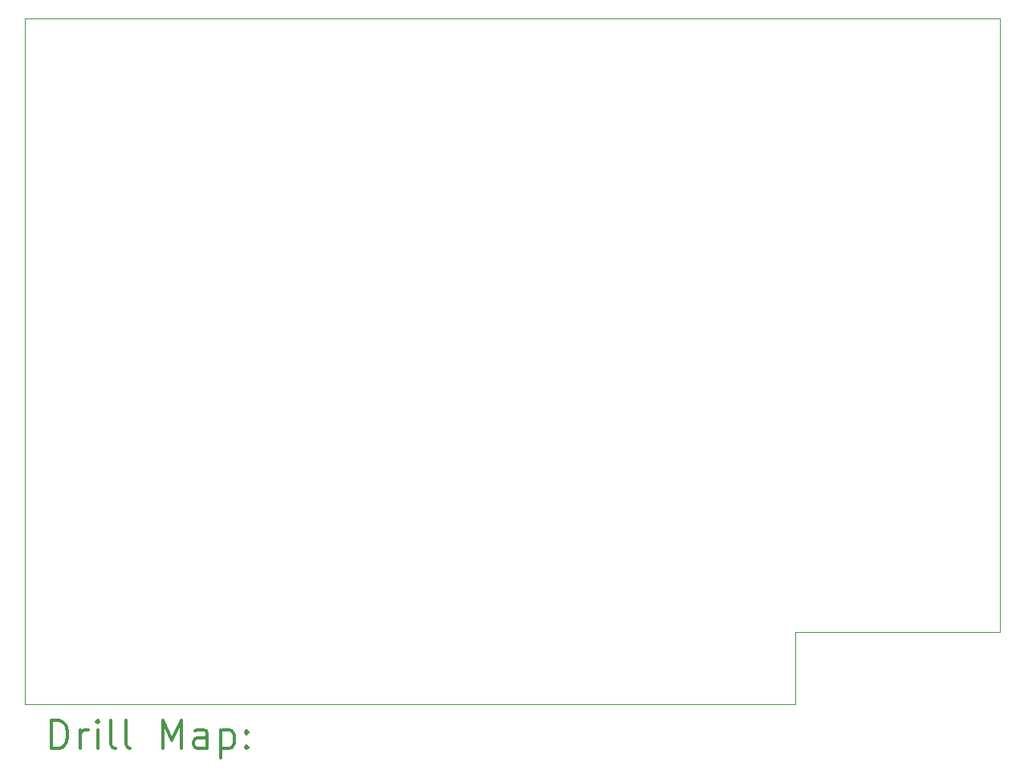
<source format=gbr>
%FSLAX45Y45*%
G04 Gerber Fmt 4.5, Leading zero omitted, Abs format (unit mm)*
G04 Created by KiCad (PCBNEW (5.1.9-0-10_14)) date 2022-05-15 13:48:27*
%MOMM*%
%LPD*%
G01*
G04 APERTURE LIST*
%TA.AperFunction,Profile*%
%ADD10C,0.050000*%
%TD*%
%ADD11C,0.200000*%
%ADD12C,0.300000*%
G04 APERTURE END LIST*
D10*
X8382000Y-8128000D02*
X18669000Y-8128000D01*
X16510000Y-15367000D02*
X8382000Y-15367000D01*
X16510000Y-14605000D02*
X16510000Y-15367000D01*
X18669000Y-14605000D02*
X16510000Y-14605000D01*
X18669000Y-8128000D02*
X18669000Y-14605000D01*
X8382000Y-15367000D02*
X8382000Y-8128000D01*
D11*
D12*
X8665928Y-15835214D02*
X8665928Y-15535214D01*
X8737357Y-15535214D01*
X8780214Y-15549500D01*
X8808786Y-15578071D01*
X8823071Y-15606643D01*
X8837357Y-15663786D01*
X8837357Y-15706643D01*
X8823071Y-15763786D01*
X8808786Y-15792357D01*
X8780214Y-15820929D01*
X8737357Y-15835214D01*
X8665928Y-15835214D01*
X8965928Y-15835214D02*
X8965928Y-15635214D01*
X8965928Y-15692357D02*
X8980214Y-15663786D01*
X8994500Y-15649500D01*
X9023071Y-15635214D01*
X9051643Y-15635214D01*
X9151643Y-15835214D02*
X9151643Y-15635214D01*
X9151643Y-15535214D02*
X9137357Y-15549500D01*
X9151643Y-15563786D01*
X9165928Y-15549500D01*
X9151643Y-15535214D01*
X9151643Y-15563786D01*
X9337357Y-15835214D02*
X9308786Y-15820929D01*
X9294500Y-15792357D01*
X9294500Y-15535214D01*
X9494500Y-15835214D02*
X9465928Y-15820929D01*
X9451643Y-15792357D01*
X9451643Y-15535214D01*
X9837357Y-15835214D02*
X9837357Y-15535214D01*
X9937357Y-15749500D01*
X10037357Y-15535214D01*
X10037357Y-15835214D01*
X10308786Y-15835214D02*
X10308786Y-15678071D01*
X10294500Y-15649500D01*
X10265928Y-15635214D01*
X10208786Y-15635214D01*
X10180214Y-15649500D01*
X10308786Y-15820929D02*
X10280214Y-15835214D01*
X10208786Y-15835214D01*
X10180214Y-15820929D01*
X10165928Y-15792357D01*
X10165928Y-15763786D01*
X10180214Y-15735214D01*
X10208786Y-15720929D01*
X10280214Y-15720929D01*
X10308786Y-15706643D01*
X10451643Y-15635214D02*
X10451643Y-15935214D01*
X10451643Y-15649500D02*
X10480214Y-15635214D01*
X10537357Y-15635214D01*
X10565928Y-15649500D01*
X10580214Y-15663786D01*
X10594500Y-15692357D01*
X10594500Y-15778071D01*
X10580214Y-15806643D01*
X10565928Y-15820929D01*
X10537357Y-15835214D01*
X10480214Y-15835214D01*
X10451643Y-15820929D01*
X10723071Y-15806643D02*
X10737357Y-15820929D01*
X10723071Y-15835214D01*
X10708786Y-15820929D01*
X10723071Y-15806643D01*
X10723071Y-15835214D01*
X10723071Y-15649500D02*
X10737357Y-15663786D01*
X10723071Y-15678071D01*
X10708786Y-15663786D01*
X10723071Y-15649500D01*
X10723071Y-15678071D01*
M02*

</source>
